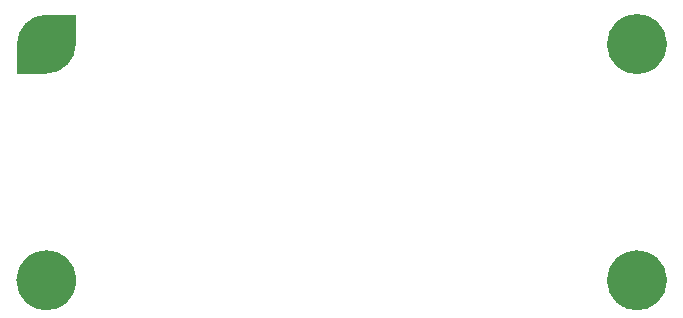
<source format=gts>
%TF.GenerationSoftware,KiCad,Pcbnew,8.0.2-1*%
%TF.CreationDate,2024-12-19T17:28:35+00:00*%
%TF.ProjectId,jacdac-slider-MH-0.1,6a616364-6163-42d7-936c-696465722d4d,v0.1*%
%TF.SameCoordinates,PX8d24d00PY36d6160*%
%TF.FileFunction,Soldermask,Top*%
%TF.FilePolarity,Negative*%
%FSLAX46Y46*%
G04 Gerber Fmt 4.6, Leading zero omitted, Abs format (unit mm)*
G04 Created by KiCad (PCBNEW 8.0.2-1) date 2024-12-19 17:28:35*
%MOMM*%
%LPD*%
G01*
G04 APERTURE LIST*
G04 Aperture macros list*
%AMFreePoly0*
4,1,31,1.555635,1.555635,1.655822,1.452117,1.831196,1.223566,1.975237,0.974078,2.085481,0.707925,2.160042,0.429659,2.197645,0.144041,2.197645,-0.144041,2.160042,-0.429659,2.085481,-0.707925,1.975237,-0.974078,1.831196,-1.223566,1.655822,-1.452117,1.555635,-1.555635,0.000000,-3.111270,-1.555635,-1.555635,-1.655822,-1.452117,-1.831196,-1.223566,-1.975237,-0.974078,-2.085481,-0.707925,
-2.160042,-0.429659,-2.197645,-0.144041,-2.197645,0.144041,-2.160042,0.429659,-2.085481,0.707925,-1.975237,0.974078,-1.831196,1.223566,-1.655822,1.452117,-1.555635,1.555635,0.000000,3.111270,1.555635,1.555635,1.555635,1.555635,$1*%
G04 Aperture macros list end*
%ADD10C,2.550000*%
%ADD11C,0.000000*%
%ADD12C,4.400000*%
%ADD13FreePoly0,135.000000*%
G04 APERTURE END LIST*
%TO.C,MH3*%
D10*
X26275000Y10000001D02*
G75*
G02*
X23725000Y10000001I-1275000J0D01*
G01*
X23725000Y10000001D02*
G75*
G02*
X26275000Y10000001I1275000J0D01*
G01*
%TO.C,MH4*%
X26275000Y-9999999D02*
G75*
G02*
X23725000Y-9999999I-1275000J0D01*
G01*
X23725000Y-9999999D02*
G75*
G02*
X26275000Y-9999999I1275000J0D01*
G01*
%TO.C,MH2*%
X-23725000Y-9999999D02*
G75*
G02*
X-26275000Y-9999999I-1275000J0D01*
G01*
X-26275000Y-9999999D02*
G75*
G02*
X-23725000Y-9999999I1275000J0D01*
G01*
D11*
%TO.C,MH1*%
G36*
X-22500000Y10000001D02*
G01*
X-22500000Y10000001D01*
G75*
G02*
X-25000000Y7500001I-2500000J-1D01*
G01*
X-27500000Y7500001D01*
X-27500000Y10000001D01*
G75*
G02*
X-25000000Y12500001I2500000J-1D01*
G01*
X-22500000Y12500001D01*
X-22500000Y10000001D01*
G37*
%TD*%
D12*
%TO.C,MH3*%
X25000000Y10000001D03*
%TD*%
%TO.C,MH4*%
X25000000Y-9999999D03*
%TD*%
%TO.C,MH2*%
X-25000000Y-9999999D03*
%TD*%
D13*
%TO.C,MH1*%
X-25000000Y10000001D03*
D12*
X-25000000Y10000001D03*
%TD*%
M02*

</source>
